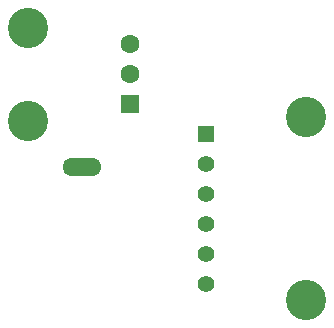
<source format=gbr>
%TF.GenerationSoftware,KiCad,Pcbnew,7.0.10-7.0.10~ubuntu22.04.1*%
%TF.CreationDate,2024-01-21T09:33:43-08:00*%
%TF.ProjectId,MAG_encoder_adapter,4d41475f-656e-4636-9f64-65725f616461,rev?*%
%TF.SameCoordinates,Original*%
%TF.FileFunction,Soldermask,Bot*%
%TF.FilePolarity,Negative*%
%FSLAX46Y46*%
G04 Gerber Fmt 4.6, Leading zero omitted, Abs format (unit mm)*
G04 Created by KiCad (PCBNEW 7.0.10-7.0.10~ubuntu22.04.1) date 2024-01-21 09:33:43*
%MOMM*%
%LPD*%
G01*
G04 APERTURE LIST*
%ADD10O,3.302000X1.524000*%
%ADD11C,3.403600*%
%ADD12R,1.600200X1.600200*%
%ADD13C,1.600200*%
%ADD14R,1.397000X1.397000*%
%ADD15C,1.397000*%
G04 APERTURE END LIST*
D10*
%TO.C,REF\u002A\u002A*%
X163068000Y-114554000D03*
%TD*%
D11*
%TO.C,J2*%
X158516450Y-102740000D03*
X158516450Y-110620000D03*
D12*
X167156451Y-109220000D03*
D13*
X167156451Y-106680000D03*
X167156451Y-104140000D03*
%TD*%
D11*
%TO.C,J3*%
X182029100Y-110312200D03*
X182029100Y-125806200D03*
D14*
X173558200Y-111709200D03*
D15*
X173558200Y-114249200D03*
X173558200Y-116789200D03*
X173558200Y-119329200D03*
X173558200Y-121869200D03*
X173558200Y-124409200D03*
%TD*%
M02*

</source>
